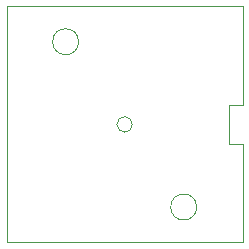
<source format=gm1>
G04 #@! TF.FileFunction,Profile,NP*
%FSLAX46Y46*%
G04 Gerber Fmt 4.6, Leading zero omitted, Abs format (unit mm)*
G04 Created by KiCad (PCBNEW 4.0.1-stable) date 2016/07/21 14:16:31*
%MOMM*%
G01*
G04 APERTURE LIST*
%ADD10C,0.100000*%
G04 APERTURE END LIST*
D10*
X120901920Y-89550000D02*
G75*
G03X120901920Y-89550000I-651920J0D01*
G01*
X116350000Y-82550000D02*
G75*
G03X116350000Y-82550000I-1100000J0D01*
G01*
X126350000Y-96550000D02*
G75*
G03X126350000Y-96550000I-1100000J0D01*
G01*
X130250000Y-91200000D02*
X130250000Y-99550000D01*
X130250000Y-87900000D02*
X130250000Y-79550000D01*
X129100000Y-87900000D02*
X130250000Y-87900000D01*
X129100000Y-91200000D02*
X130250000Y-91200000D01*
X129100000Y-87900000D02*
X129100000Y-91200000D01*
X110250000Y-79550000D02*
X110250000Y-99550000D01*
X130250000Y-79550000D02*
X110250000Y-79550000D01*
X110250000Y-99550000D02*
X130250000Y-99550000D01*
M02*

</source>
